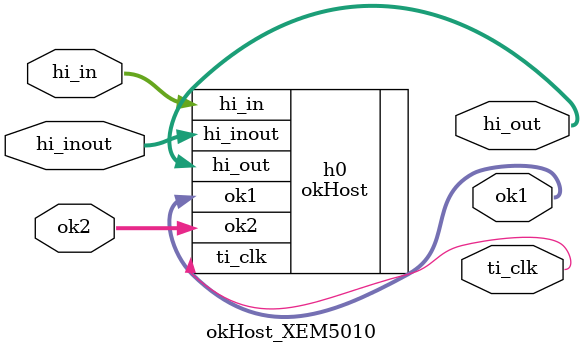
<source format=v>
`default_nettype none
`timescale 1ns / 1ps

module okHost_XEM5010(
	input   wire [7:0]  hi_in,
	output  wire [1:0]  hi_out,
	inout   wire [15:0] hi_inout,
	output  wire        ti_clk,
	output  wire [30:0] ok1,
	input   wire [16:0] ok2
);

okHost h0 (
	.hi_in     (hi_in),
	.hi_out    (hi_out),
	.hi_inout  (hi_inout),
	.ti_clk    (ti_clk),
	.ok1       (ok1),
	.ok2       (ok2)
	);

endmodule

</source>
